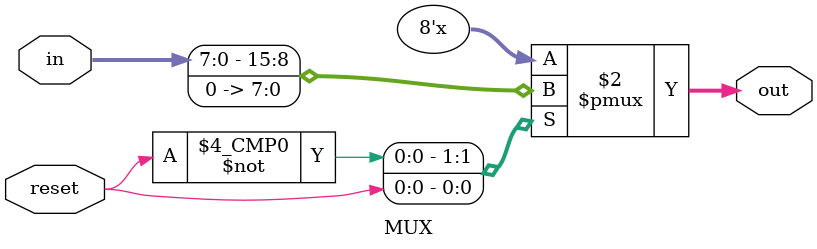
<source format=v>
module MUX #(parameter WIDTH = 8)
	(input [WIDTH-1:0] in,
	input reset,
	output [WIDTH-1:0] out);

	always @(*) begin

		case (reset)
			1'b0: out = in;
			1'b1: out = (WIDTH-1)'b0;
			default: out = (WIDTH-1)'bx ;
		endcase

	end

endmodule


</source>
